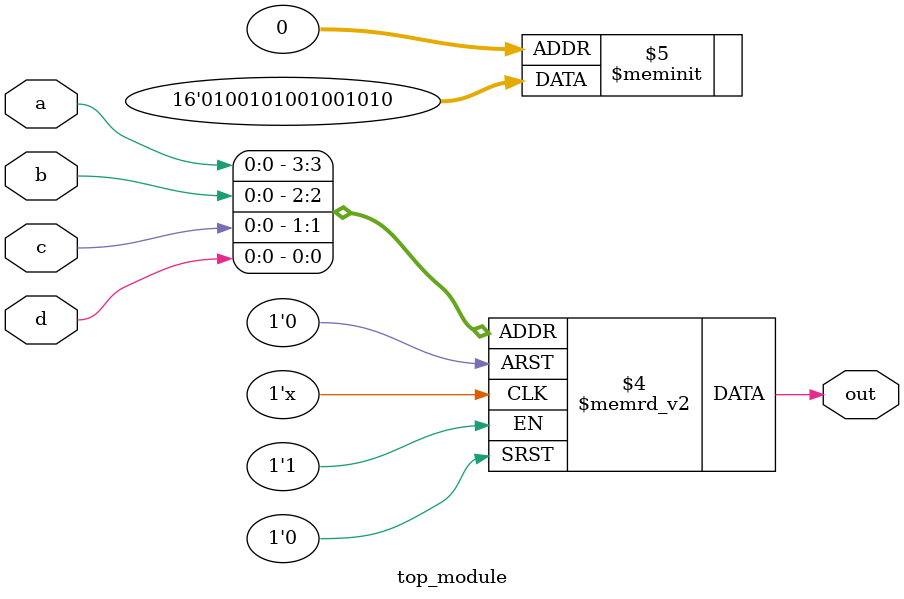
<source format=sv>
module top_module (
    input a, 
    input b,
    input c,
    input d,
    output reg out
);

always @(*) begin
    case({a,b,c,d})
        4'b0000: out = 1'b0;
        4'b0001: out = 1'b1;
        4'b0010: out = 1'b0;
        4'b0011: out = 1'b1;
        4'b0100: out = 1'b0;
        4'b0101: out = 1'b0; // Fix: Change output value for input combination 0101
        4'b0110: out = 1'b1;
        4'b0111: out = 1'b0;
        4'b1000: out = 1'b0;
        4'b1001: out = 1'b1;
        4'b1010: out = 1'b0;
        4'b1011: out = 1'b1;
        4'b1100: out = 1'b0;
        4'b1101: out = 1'b0; // Fix: Change output value for input combination 1101
        4'b1110: out = 1'b1;
        4'b1111: out = 1'b0;
    endcase
end

endmodule

</source>
